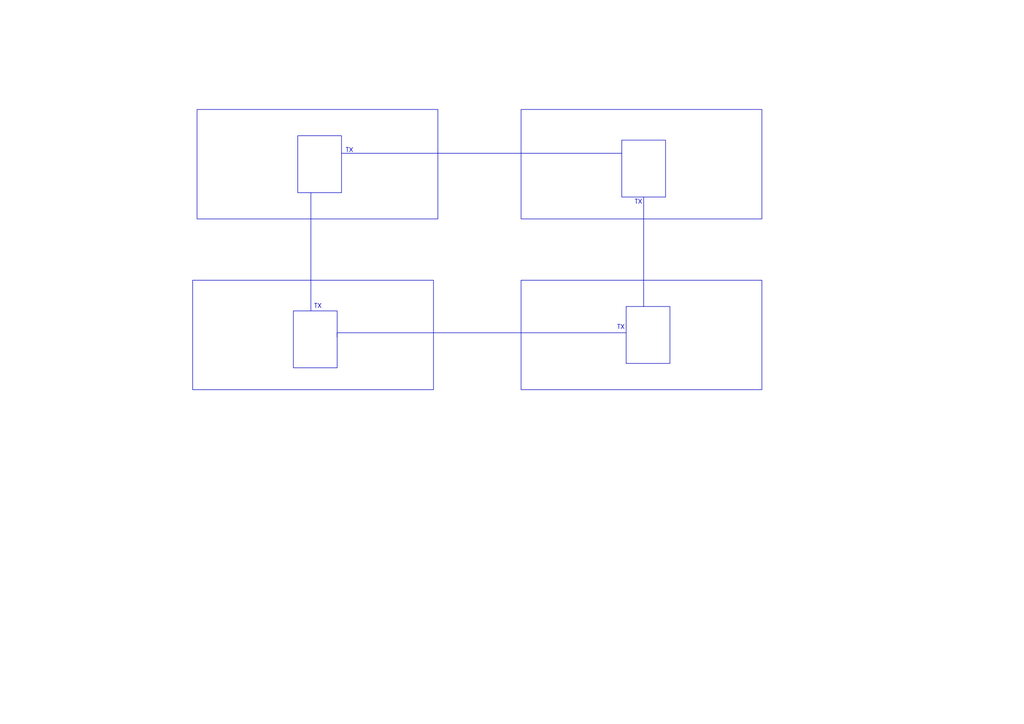
<source format=kicad_sch>
(kicad_sch
	(version 20231120)
	(generator "eeschema")
	(generator_version "8.0")
	(uuid "88fe965b-e980-4cc3-a1f8-2b3c51a0cde9")
	(paper "A4")
	(lib_symbols)
	(polyline
		(pts
			(xy 97.79 96.52) (xy 97.79 97.79)
		)
		(stroke
			(width 0)
			(type default)
		)
		(uuid "a8fc1789-97cc-4ad3-b751-5ebca6326d62")
	)
	(polyline
		(pts
			(xy 186.69 57.15) (xy 186.69 88.9)
		)
		(stroke
			(width 0)
			(type default)
		)
		(uuid "b07eed9a-0e2a-4891-a3f3-4a01f45f7b37")
	)
	(polyline
		(pts
			(xy 99.06 44.45) (xy 180.34 44.45)
		)
		(stroke
			(width 0)
			(type default)
		)
		(uuid "b8b20b48-6ce5-4be4-8537-4a06bb99ca73")
	)
	(polyline
		(pts
			(xy 181.61 96.52) (xy 97.79 96.52)
		)
		(stroke
			(width 0)
			(type default)
		)
		(uuid "e0909923-8ab0-4f7d-b10d-ecfadfe44ebf")
	)
	(polyline
		(pts
			(xy 90.17 55.88) (xy 90.17 90.17)
		)
		(stroke
			(width 0)
			(type default)
		)
		(uuid "fde8b6c8-c51c-4344-bf7d-932eee65cf89")
	)
	(rectangle
		(start 151.13 31.75)
		(end 220.98 63.5)
		(stroke
			(width 0)
			(type default)
		)
		(fill
			(type none)
		)
		(uuid 4cfa28bb-d473-4c92-9f25-a2589bad631e)
	)
	(rectangle
		(start 85.09 90.17)
		(end 97.79 106.68)
		(stroke
			(width 0)
			(type default)
		)
		(fill
			(type none)
		)
		(uuid 5d9a01fb-55bd-4a88-bf93-e3a23bf0c7f7)
	)
	(rectangle
		(start 151.13 81.28)
		(end 220.98 113.03)
		(stroke
			(width 0)
			(type default)
		)
		(fill
			(type none)
		)
		(uuid 66515b31-4c86-443a-9792-3ad87506c4e9)
	)
	(rectangle
		(start 180.34 40.64)
		(end 193.04 57.15)
		(stroke
			(width 0)
			(type default)
		)
		(fill
			(type none)
		)
		(uuid 72cdb99b-2255-40b2-842c-69458fa43de0)
	)
	(rectangle
		(start 181.61 88.9)
		(end 194.31 105.41)
		(stroke
			(width 0)
			(type default)
		)
		(fill
			(type none)
		)
		(uuid 8d5b4148-ec92-4a01-89c1-a0742c9025c2)
	)
	(rectangle
		(start 57.15 31.75)
		(end 127 63.5)
		(stroke
			(width 0)
			(type default)
		)
		(fill
			(type none)
		)
		(uuid 8f9431f7-6844-4ce4-87c9-cf4a8ddad9d6)
	)
	(rectangle
		(start 55.88 81.28)
		(end 125.73 113.03)
		(stroke
			(width 0)
			(type default)
		)
		(fill
			(type none)
		)
		(uuid c8b35e95-413f-44fd-8193-036555b666d7)
	)
	(rectangle
		(start 86.36 39.37)
		(end 99.06 55.88)
		(stroke
			(width 0)
			(type default)
		)
		(fill
			(type none)
		)
		(uuid d2ed9085-e9e7-42f4-a055-f06da6fc6ef8)
	)
	(text "TX"
		(exclude_from_sim no)
		(at 101.346 43.688 0)
		(effects
			(font
				(size 1.27 1.27)
			)
		)
		(uuid "1b099874-6bcf-4313-94e1-147468786661")
	)
	(text "TX"
		(exclude_from_sim no)
		(at 185.166 58.674 0)
		(effects
			(font
				(size 1.27 1.27)
			)
		)
		(uuid "9d146ab6-9aae-4ed5-9045-59731a34038c")
	)
	(text "TX"
		(exclude_from_sim no)
		(at 92.202 88.9 0)
		(effects
			(font
				(size 1.27 1.27)
			)
		)
		(uuid "b52c9b76-df86-49b0-8721-f26b183daa9e")
	)
	(text "TX"
		(exclude_from_sim no)
		(at 180.086 94.996 0)
		(effects
			(font
				(size 1.27 1.27)
			)
		)
		(uuid "ba37c917-b062-41c5-9efe-189ca062d951")
	)
)

</source>
